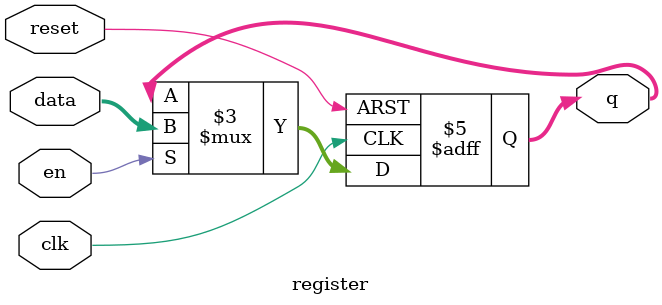
<source format=sv>
`timescale 1ns / 1ps

module register#(
    parameter width = 8
  )(
    input logic [width-1:0] data,
    input logic clk,
    input logic reset,
    input logic en, // enable
    output logic [width-1:0] q // output
  );

    always @ (posedge clk, negedge reset) begin    
//    always @ (*) begin  
        if (~reset) begin
          q <= 0; // Reset the output to 0 on negative edge when reset is 0
        end
        else if (en) begin
          q <= data; // Assign data to output q when enabled
        end
    end

endmodule
</source>
